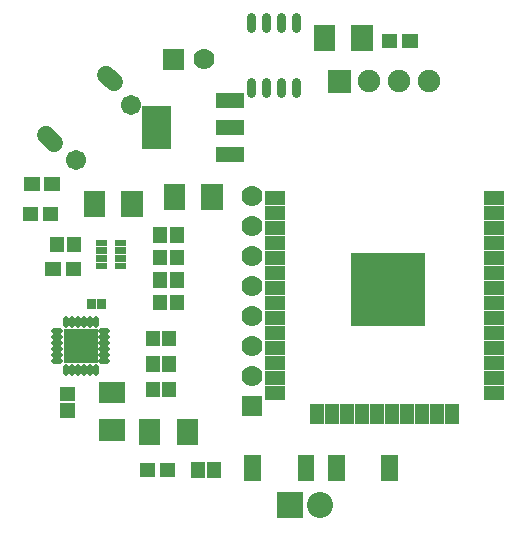
<source format=gts>
G04 Layer: TopSolderMaskLayer*
G04 EasyEDA v6.4.7, 2020-12-08T13:31:26--8:00*
G04 2666239171464f44b57efdd4127db657,11a6c599673c4091828b82ff80a72166,10*
G04 Gerber Generator version 0.2*
G04 Scale: 100 percent, Rotated: No, Reflected: No *
G04 Dimensions in millimeters *
G04 leading zeros omitted , absolute positions ,3 integer and 3 decimal *
%FSLAX33Y33*%
%MOMM*%
G90*
D02*

%ADD58C,1.503197*%
%ADD59C,0.483210*%
%ADD60C,0.803199*%
%ADD62C,2.203196*%
%ADD63C,1.703197*%
%ADD65R,1.778000X1.778000*%
%ADD66C,1.778000*%
%ADD72C,1.903197*%

%LPD*%
G54D58*
G01X9373Y38017D02*
G01X8737Y38653D01*
G01X4282Y32926D02*
G01X3646Y33562D01*
G54D59*
G01X4324Y16929D02*
G01X4844Y16929D01*
G01X4324Y16429D02*
G01X4844Y16429D01*
G01X4324Y15929D02*
G01X4844Y15929D01*
G01X4324Y15431D02*
G01X4844Y15431D01*
G01X4324Y14930D02*
G01X4844Y14930D01*
G01X4324Y14430D02*
G01X4844Y14430D01*
G01X5340Y13957D02*
G01X5340Y13437D01*
G01X5840Y13957D02*
G01X5840Y13437D01*
G01X6341Y13957D02*
G01X6341Y13437D01*
G01X6838Y13957D02*
G01X6838Y13437D01*
G01X7339Y13957D02*
G01X7339Y13437D01*
G01X7839Y13957D02*
G01X7839Y13437D01*
G01X8324Y14440D02*
G01X8844Y14440D01*
G01X8324Y14941D02*
G01X8844Y14941D01*
G01X8324Y15441D02*
G01X8844Y15441D01*
G01X8324Y15939D02*
G01X8844Y15939D01*
G01X8324Y16439D02*
G01X8844Y16439D01*
G01X8324Y16940D02*
G01X8844Y16940D01*
G01X7854Y17957D02*
G01X7854Y17437D01*
G01X7354Y17957D02*
G01X7354Y17437D01*
G01X6854Y17957D02*
G01X6854Y17437D01*
G01X6356Y17957D02*
G01X6356Y17437D01*
G01X5855Y17957D02*
G01X5855Y17437D01*
G01X5355Y17957D02*
G01X5355Y17437D01*
G54D60*
G01X21029Y38080D02*
G01X21029Y37160D01*
G01X22299Y38080D02*
G01X22299Y37160D01*
G01X23569Y38080D02*
G01X23569Y37160D01*
G01X24839Y38080D02*
G01X24839Y37160D01*
G01X21029Y43559D02*
G01X21029Y42639D01*
G01X22299Y43559D02*
G01X22299Y42639D01*
G01X23569Y43559D02*
G01X23569Y42639D01*
G01X24839Y43559D02*
G01X24839Y42639D01*
G36*
G01X23229Y1098D02*
G01X23229Y3302D01*
G01X25431Y3302D01*
G01X25431Y1098D01*
G01X23229Y1098D01*
G37*
G54D62*
G01X26870Y2199D03*
G54D63*
G01X6156Y31476D03*
G01X10823Y36143D03*
G36*
G01X33803Y40902D02*
G01X33803Y42096D01*
G01X35098Y42096D01*
G01X35098Y40902D01*
G01X33803Y40902D01*
G37*
G36*
G01X32101Y40902D02*
G01X32101Y42096D01*
G01X33397Y42096D01*
G01X33397Y40902D01*
G01X32101Y40902D01*
G37*
G36*
G01X13590Y39111D02*
G01X13590Y40889D01*
G01X15368Y40889D01*
G01X15368Y39111D01*
G01X13590Y39111D01*
G37*
G54D66*
G01X17019Y40000D03*
G36*
G01X4789Y9632D02*
G01X4789Y10836D01*
G01X6094Y10836D01*
G01X6094Y9632D01*
G01X4789Y9632D01*
G37*
G36*
G01X4789Y11031D02*
G01X4789Y12235D01*
G01X6094Y12235D01*
G01X6094Y11031D01*
G01X4789Y11031D01*
G37*
G36*
G01X11799Y32347D02*
G01X11799Y36050D01*
G01X14202Y36050D01*
G01X14202Y32347D01*
G01X11799Y32347D01*
G37*
G36*
G01X17997Y35847D02*
G01X17997Y37150D01*
G01X20400Y37150D01*
G01X20400Y35847D01*
G01X17997Y35847D01*
G37*
G36*
G01X17997Y33549D02*
G01X17997Y34852D01*
G01X20400Y34852D01*
G01X20400Y33549D01*
G01X17997Y33549D01*
G37*
G36*
G01X17997Y31247D02*
G01X17997Y32550D01*
G01X20400Y32550D01*
G01X20400Y31247D01*
G01X17997Y31247D01*
G37*
G36*
G01X17298Y4547D02*
G01X17298Y5850D01*
G01X18502Y5850D01*
G01X18502Y4547D01*
G01X17298Y4547D01*
G37*
G36*
G01X15899Y4547D02*
G01X15899Y5850D01*
G01X17100Y5850D01*
G01X17100Y4547D01*
G01X15899Y4547D01*
G37*
G36*
G01X3999Y23648D02*
G01X3999Y24951D01*
G01X5200Y24951D01*
G01X5200Y23648D01*
G01X3999Y23648D01*
G37*
G36*
G01X5398Y23648D02*
G01X5398Y24951D01*
G01X6602Y24951D01*
G01X6602Y23648D01*
G01X5398Y23648D01*
G37*
G36*
G01X13303Y4603D02*
G01X13303Y5797D01*
G01X14598Y5797D01*
G01X14598Y4603D01*
G01X13303Y4603D01*
G37*
G36*
G01X11601Y4603D02*
G01X11601Y5797D01*
G01X12896Y5797D01*
G01X12896Y4603D01*
G01X11601Y4603D01*
G37*
G36*
G01X5302Y21603D02*
G01X5302Y22797D01*
G01X6597Y22797D01*
G01X6597Y21603D01*
G01X5302Y21603D01*
G37*
G36*
G01X3600Y21603D02*
G01X3600Y22797D01*
G01X4895Y22797D01*
G01X4895Y21603D01*
G01X3600Y21603D01*
G37*
G36*
G01X27537Y37148D02*
G01X27537Y39050D01*
G01X29442Y39050D01*
G01X29442Y37148D01*
G01X27537Y37148D01*
G37*
G54D72*
G01X31029Y38100D03*
G01X33569Y38100D03*
G01X36109Y38100D03*
G36*
G01X5142Y14242D02*
G01X5142Y17127D01*
G01X8027Y17127D01*
G01X8027Y14242D01*
G01X5142Y14242D01*
G37*
G36*
G01X12078Y13521D02*
G01X12078Y14826D01*
G01X13282Y14826D01*
G01X13282Y13521D01*
G01X12078Y13521D01*
G37*
G36*
G01X13478Y13521D02*
G01X13478Y14826D01*
G01X14682Y14826D01*
G01X14682Y13521D01*
G01X13478Y13521D01*
G37*
G36*
G01X12076Y15680D02*
G01X12076Y16985D01*
G01X13280Y16985D01*
G01X13280Y15680D01*
G01X12076Y15680D01*
G37*
G36*
G01X13475Y15680D02*
G01X13475Y16985D01*
G01X14679Y16985D01*
G01X14679Y15680D01*
G01X13475Y15680D01*
G37*
G36*
G01X12078Y11362D02*
G01X12078Y12667D01*
G01X13282Y12667D01*
G01X13282Y11362D01*
G01X12078Y11362D01*
G37*
G36*
G01X13478Y11362D02*
G01X13478Y12667D01*
G01X14682Y12667D01*
G01X14682Y11362D01*
G01X13478Y11362D01*
G37*
G36*
G01X14110Y18728D02*
G01X14110Y20033D01*
G01X15314Y20033D01*
G01X15314Y18728D01*
G01X14110Y18728D01*
G37*
G36*
G01X12711Y18728D02*
G01X12711Y20033D01*
G01X13915Y20033D01*
G01X13915Y18728D01*
G01X12711Y18728D01*
G37*
G36*
G01X14110Y20633D02*
G01X14110Y21938D01*
G01X15314Y21938D01*
G01X15314Y20633D01*
G01X14110Y20633D01*
G37*
G36*
G01X12711Y20633D02*
G01X12711Y21938D01*
G01X13915Y21938D01*
G01X13915Y20633D01*
G01X12711Y20633D01*
G37*
G36*
G01X14113Y22538D02*
G01X14113Y23843D01*
G01X15317Y23843D01*
G01X15317Y22538D01*
G01X14113Y22538D01*
G37*
G36*
G01X12713Y22538D02*
G01X12713Y23843D01*
G01X13917Y23843D01*
G01X13917Y22538D01*
G01X12713Y22538D01*
G37*
G36*
G01X12713Y24443D02*
G01X12713Y25748D01*
G01X13917Y25748D01*
G01X13917Y24443D01*
G01X12713Y24443D01*
G37*
G36*
G01X14113Y24443D02*
G01X14113Y25748D01*
G01X15317Y25748D01*
G01X15317Y24443D01*
G01X14113Y24443D01*
G37*
G54D65*
G01X21062Y10617D03*
G54D66*
G01X21062Y13157D03*
G01X21062Y15697D03*
G01X21062Y18237D03*
G01X21062Y20777D03*
G01X21062Y23317D03*
G01X21062Y25857D03*
G01X21062Y28397D03*
G36*
G01X32048Y4298D02*
G01X32048Y6500D01*
G01X33450Y6500D01*
G01X33450Y4298D01*
G01X32048Y4298D01*
G37*
G36*
G01X27547Y4298D02*
G01X27547Y6500D01*
G01X28952Y6500D01*
G01X28952Y4298D01*
G01X27547Y4298D01*
G37*
G36*
G01X20448Y4298D02*
G01X20448Y6500D01*
G01X21852Y6500D01*
G01X21852Y4298D01*
G01X20448Y4298D01*
G37*
G36*
G01X24949Y4298D02*
G01X24949Y6500D01*
G01X26351Y6500D01*
G01X26351Y4298D01*
G01X24949Y4298D01*
G37*
G36*
G01X8149Y10884D02*
G01X8149Y12688D01*
G01X10354Y12688D01*
G01X10354Y10884D01*
G01X8149Y10884D01*
G37*
G36*
G01X8149Y7684D02*
G01X8149Y9487D01*
G01X10354Y9487D01*
G01X10354Y7684D01*
G01X8149Y7684D01*
G37*
G36*
G01X11525Y7356D02*
G01X11525Y9561D01*
G01X13328Y9561D01*
G01X13328Y7356D01*
G01X11525Y7356D01*
G37*
G36*
G01X14725Y7356D02*
G01X14725Y9561D01*
G01X16529Y9561D01*
G01X16529Y7356D01*
G01X14725Y7356D01*
G37*
G36*
G01X6826Y26660D02*
G01X6826Y28865D01*
G01X8629Y28865D01*
G01X8629Y26660D01*
G01X6826Y26660D01*
G37*
G36*
G01X10026Y26660D02*
G01X10026Y28865D01*
G01X11830Y28865D01*
G01X11830Y26660D01*
G01X10026Y26660D01*
G37*
G36*
G01X13597Y27199D02*
G01X13597Y29401D01*
G01X15401Y29401D01*
G01X15401Y27199D01*
G01X13597Y27199D01*
G37*
G36*
G01X16798Y27199D02*
G01X16798Y29401D01*
G01X18601Y29401D01*
G01X18601Y27199D01*
G01X16798Y27199D01*
G37*
G36*
G01X26297Y40699D02*
G01X26297Y42901D01*
G01X28101Y42901D01*
G01X28101Y40699D01*
G01X26297Y40699D01*
G37*
G36*
G01X29498Y40699D02*
G01X29498Y42901D01*
G01X31301Y42901D01*
G01X31301Y40699D01*
G01X29498Y40699D01*
G37*
G36*
G01X9472Y24148D02*
G01X9472Y24702D01*
G01X10377Y24702D01*
G01X10377Y24148D01*
G01X9472Y24148D01*
G37*
G36*
G01X9472Y23498D02*
G01X9472Y24052D01*
G01X10377Y24052D01*
G01X10377Y23498D01*
G01X9472Y23498D01*
G37*
G36*
G01X9472Y22837D02*
G01X9472Y23391D01*
G01X10377Y23391D01*
G01X10377Y22837D01*
G01X9472Y22837D01*
G37*
G36*
G01X9472Y22187D02*
G01X9472Y22741D01*
G01X10377Y22741D01*
G01X10377Y22187D01*
G01X9472Y22187D01*
G37*
G36*
G01X7872Y24148D02*
G01X7872Y24702D01*
G01X8776Y24702D01*
G01X8776Y24148D01*
G01X7872Y24148D01*
G37*
G36*
G01X7872Y23498D02*
G01X7872Y24052D01*
G01X8776Y24052D01*
G01X8776Y23498D01*
G01X7872Y23498D01*
G37*
G36*
G01X7872Y22837D02*
G01X7872Y23391D01*
G01X8776Y23391D01*
G01X8776Y22837D01*
G01X7872Y22837D01*
G37*
G36*
G01X7872Y22187D02*
G01X7872Y22741D01*
G01X8776Y22741D01*
G01X8776Y22187D01*
G01X7872Y22187D01*
G37*
G36*
G01X7961Y18827D02*
G01X7961Y19680D01*
G01X8764Y19680D01*
G01X8764Y18827D01*
G01X7961Y18827D01*
G37*
G36*
G01X7113Y18827D02*
G01X7113Y19680D01*
G01X7915Y19680D01*
G01X7915Y18827D01*
G01X7113Y18827D01*
G37*
G36*
G01X22203Y23818D02*
G01X22203Y25022D01*
G01X23907Y25022D01*
G01X23907Y23818D01*
G01X22203Y23818D01*
G37*
G36*
G01X22203Y22548D02*
G01X22203Y23752D01*
G01X23907Y23752D01*
G01X23907Y22548D01*
G01X22203Y22548D01*
G37*
G36*
G01X22203Y21278D02*
G01X22203Y22482D01*
G01X23907Y22482D01*
G01X23907Y21278D01*
G01X22203Y21278D01*
G37*
G36*
G01X22203Y20008D02*
G01X22203Y21212D01*
G01X23907Y21212D01*
G01X23907Y20008D01*
G01X22203Y20008D01*
G37*
G36*
G01X22203Y18738D02*
G01X22203Y19942D01*
G01X23907Y19942D01*
G01X23907Y18738D01*
G01X22203Y18738D01*
G37*
G36*
G01X22203Y17468D02*
G01X22203Y18672D01*
G01X23907Y18672D01*
G01X23907Y17468D01*
G01X22203Y17468D01*
G37*
G36*
G01X22203Y16198D02*
G01X22203Y17402D01*
G01X23907Y17402D01*
G01X23907Y16198D01*
G01X22203Y16198D01*
G37*
G36*
G01X22203Y14928D02*
G01X22203Y16132D01*
G01X23907Y16132D01*
G01X23907Y14928D01*
G01X22203Y14928D01*
G37*
G36*
G01X37438Y9116D02*
G01X37438Y10821D01*
G01X38642Y10821D01*
G01X38642Y9116D01*
G01X37438Y9116D01*
G37*
G36*
G01X40694Y11118D02*
G01X40694Y12322D01*
G01X42398Y12322D01*
G01X42398Y11118D01*
G01X40694Y11118D01*
G37*
G36*
G01X40694Y12388D02*
G01X40694Y13592D01*
G01X42398Y13592D01*
G01X42398Y12388D01*
G01X40694Y12388D01*
G37*
G36*
G01X40694Y13658D02*
G01X40694Y14862D01*
G01X42398Y14862D01*
G01X42398Y13658D01*
G01X40694Y13658D01*
G37*
G36*
G01X40694Y14928D02*
G01X40694Y16132D01*
G01X42398Y16132D01*
G01X42398Y14928D01*
G01X40694Y14928D01*
G37*
G36*
G01X40694Y16198D02*
G01X40694Y17402D01*
G01X42398Y17402D01*
G01X42398Y16198D01*
G01X40694Y16198D01*
G37*
G36*
G01X40694Y17468D02*
G01X40694Y18672D01*
G01X42398Y18672D01*
G01X42398Y17468D01*
G01X40694Y17468D01*
G37*
G36*
G01X40694Y18738D02*
G01X40694Y19942D01*
G01X42398Y19942D01*
G01X42398Y18738D01*
G01X40694Y18738D01*
G37*
G36*
G01X28548Y9116D02*
G01X28548Y10821D01*
G01X29752Y10821D01*
G01X29752Y9116D01*
G01X28548Y9116D01*
G37*
G36*
G01X22203Y13658D02*
G01X22203Y14862D01*
G01X23907Y14862D01*
G01X23907Y13658D01*
G01X22203Y13658D01*
G37*
G36*
G01X22203Y12388D02*
G01X22203Y13592D01*
G01X23907Y13592D01*
G01X23907Y12388D01*
G01X22203Y12388D01*
G37*
G36*
G01X22203Y11118D02*
G01X22203Y12322D01*
G01X23907Y12322D01*
G01X23907Y11118D01*
G01X22203Y11118D01*
G37*
G36*
G01X26008Y9116D02*
G01X26008Y10821D01*
G01X27212Y10821D01*
G01X27212Y9116D01*
G01X26008Y9116D01*
G37*
G36*
G01X27278Y9116D02*
G01X27278Y10821D01*
G01X28482Y10821D01*
G01X28482Y9116D01*
G01X27278Y9116D01*
G37*
G36*
G01X22203Y25088D02*
G01X22203Y26292D01*
G01X23907Y26292D01*
G01X23907Y25088D01*
G01X22203Y25088D01*
G37*
G36*
G01X22203Y26358D02*
G01X22203Y27562D01*
G01X23907Y27562D01*
G01X23907Y26358D01*
G01X22203Y26358D01*
G37*
G36*
G01X22203Y27628D02*
G01X22203Y28832D01*
G01X23907Y28832D01*
G01X23907Y27628D01*
G01X22203Y27628D01*
G37*
G36*
G01X29818Y9116D02*
G01X29818Y10821D01*
G01X31022Y10821D01*
G01X31022Y9116D01*
G01X29818Y9116D01*
G37*
G36*
G01X31088Y9116D02*
G01X31088Y10821D01*
G01X32292Y10821D01*
G01X32292Y9116D01*
G01X31088Y9116D01*
G37*
G36*
G01X32358Y9116D02*
G01X32358Y10821D01*
G01X33562Y10821D01*
G01X33562Y9116D01*
G01X32358Y9116D01*
G37*
G36*
G01X36168Y9116D02*
G01X36168Y10821D01*
G01X37372Y10821D01*
G01X37372Y9116D01*
G01X36168Y9116D01*
G37*
G36*
G01X34898Y9116D02*
G01X34898Y10821D01*
G01X36102Y10821D01*
G01X36102Y9116D01*
G01X34898Y9116D01*
G37*
G36*
G01X33628Y9116D02*
G01X33628Y10821D01*
G01X34832Y10821D01*
G01X34832Y9116D01*
G01X33628Y9116D01*
G37*
G36*
G01X40694Y20008D02*
G01X40694Y21212D01*
G01X42398Y21212D01*
G01X42398Y20008D01*
G01X40694Y20008D01*
G37*
G36*
G01X40694Y21278D02*
G01X40694Y22482D01*
G01X42398Y22482D01*
G01X42398Y21278D01*
G01X40694Y21278D01*
G37*
G36*
G01X40694Y22548D02*
G01X40694Y23752D01*
G01X42398Y23752D01*
G01X42398Y22548D01*
G01X40694Y22548D01*
G37*
G36*
G01X40694Y23818D02*
G01X40694Y25022D01*
G01X42398Y25022D01*
G01X42398Y23818D01*
G01X40694Y23818D01*
G37*
G36*
G01X40694Y25088D02*
G01X40694Y26292D01*
G01X42398Y26292D01*
G01X42398Y25088D01*
G01X40694Y25088D01*
G37*
G36*
G01X40694Y26358D02*
G01X40694Y27562D01*
G01X42398Y27562D01*
G01X42398Y26358D01*
G01X40694Y26358D01*
G37*
G36*
G01X40694Y27628D02*
G01X40694Y28832D01*
G01X42398Y28832D01*
G01X42398Y27628D01*
G01X40694Y27628D01*
G37*
G36*
G01X29503Y17407D02*
G01X29503Y23610D01*
G01X35706Y23610D01*
G01X35706Y17407D01*
G01X29503Y17407D01*
G37*
G36*
G01X3503Y28801D02*
G01X3503Y29995D01*
G01X4799Y29995D01*
G01X4799Y28801D01*
G01X3503Y28801D01*
G37*
G36*
G01X1802Y28801D02*
G01X1802Y29995D01*
G01X3097Y29995D01*
G01X3097Y28801D01*
G01X1802Y28801D01*
G37*
G36*
G01X3402Y26302D02*
G01X3402Y27496D01*
G01X4697Y27496D01*
G01X4697Y26302D01*
G01X3402Y26302D01*
G37*
G36*
G01X1700Y26302D02*
G01X1700Y27496D01*
G01X2995Y27496D01*
G01X2995Y26302D01*
G01X1700Y26302D01*
G37*
M00*
M02*

</source>
